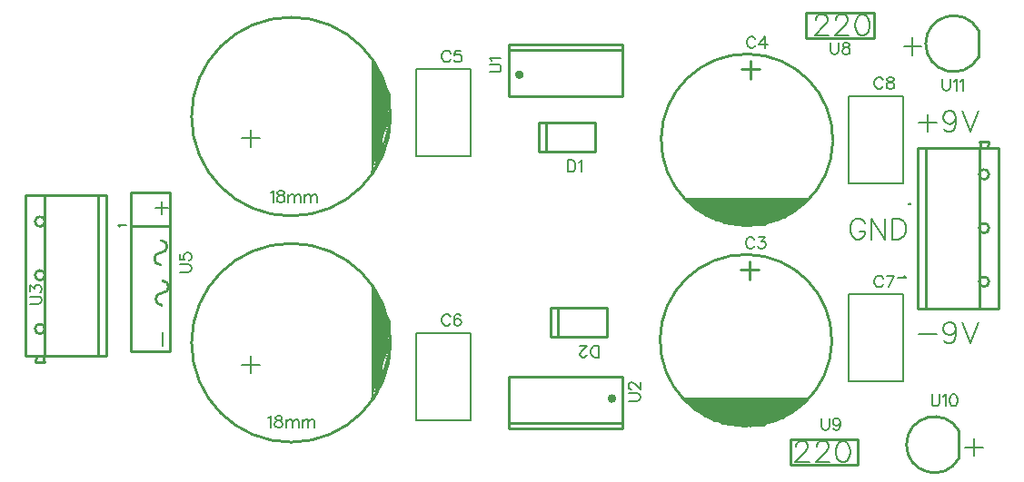
<source format=gto>
G04 ---------------------------- Layer name :TOP SILK LAYER*
G04 EasyEDA v5.4.10, Tue, 24 Apr 2018 06:19:31 GMT*
G04 0ec78c7897c84d5d92d9569371cc6eda*
G04 Gerber Generator version 0.2*
G04 Scale: 100 percent, Rotated: No, Reflected: No *
G04 Dimensions in millimeters *
G04 leading zeros omitted , absolute positions ,3 integer and 3 decimal *
%FSLAX33Y33*%
%MOMM*%
G90*
G71D02*

%ADD10C,0.254000*%
%ADD23C,0.228600*%
%ADD24C,0.177800*%
%ADD25C,0.399999*%
%ADD26C,0.203200*%
%ADD27C,0.152400*%
%ADD28C,0.150114*%

%LPD*%
G54D10*
G01X44998Y39910D02*
G01X55598Y39910D01*
G01X55598Y35110D01*
G01X44998Y35110D01*
G01X44998Y39910D01*
G01X55598Y39410D02*
G01X44998Y39410D01*
G01X55626Y4110D02*
G01X45026Y4110D01*
G01X45026Y8910D01*
G01X55626Y8910D01*
G01X55626Y4110D01*
G01X45026Y4610D02*
G01X55626Y4610D01*
G54D23*
G01X53040Y29940D02*
G01X47833Y29940D01*
G01X47833Y32683D01*
G01X53040Y32683D01*
G01X53040Y29940D01*
G01X48468Y29940D02*
G01X48468Y32683D01*
G01X54140Y12640D02*
G01X48933Y12640D01*
G01X48933Y15383D01*
G01X54140Y15383D01*
G01X54140Y12640D01*
G01X49568Y12640D02*
G01X49568Y15383D01*
G54D10*
G01X4Y10917D02*
G01X4Y25903D01*
G01X4Y25903D02*
G01X1731Y25903D01*
G01X1731Y25903D02*
G01X6786Y25903D01*
G01X6786Y25903D02*
G01X7522Y25903D01*
G01X7522Y25903D02*
G01X7522Y10917D01*
G01X7522Y10917D02*
G01X6786Y10917D01*
G01X6786Y10917D02*
G01X1731Y10917D01*
G01X1731Y10917D02*
G01X1604Y10917D01*
G01X1604Y10917D02*
G01X1020Y10917D01*
G01X1020Y10917D02*
G01X4Y10917D01*
G01X1020Y10917D02*
G01X867Y10333D01*
G01X867Y10333D02*
G01X1756Y10333D01*
G01X1756Y10333D02*
G01X1604Y10917D01*
G01X1731Y10917D02*
G01X1731Y25903D01*
G01X6786Y10917D02*
G01X6786Y25903D01*
G01X90620Y30303D02*
G01X90620Y15317D01*
G01X90620Y15317D02*
G01X88893Y15317D01*
G01X88893Y15317D02*
G01X83839Y15317D01*
G01X83839Y15317D02*
G01X83102Y15317D01*
G01X83102Y15317D02*
G01X83102Y30303D01*
G01X83102Y30303D02*
G01X83839Y30303D01*
G01X83839Y30303D02*
G01X88893Y30303D01*
G01X88893Y30303D02*
G01X89020Y30303D01*
G01X89020Y30303D02*
G01X89604Y30303D01*
G01X89604Y30303D02*
G01X90620Y30303D01*
G01X89604Y30303D02*
G01X89757Y30887D01*
G01X89757Y30887D02*
G01X88868Y30887D01*
G01X88868Y30887D02*
G01X89020Y30303D01*
G01X88893Y30303D02*
G01X88893Y15317D01*
G01X83839Y30303D02*
G01X83839Y15317D01*
G01X9814Y26114D02*
G01X9814Y11314D01*
G01X9814Y26114D02*
G01X13464Y26114D01*
G01X13464Y11314D02*
G01X13464Y26114D01*
G01X13464Y11314D02*
G01X9814Y11314D01*
G01X13464Y23031D02*
G01X9814Y23031D01*
G01X66579Y18926D02*
G01X68306Y18926D01*
G01X67417Y18037D02*
G01X67417Y19713D01*
G01X66679Y37626D02*
G01X68406Y37626D01*
G01X67517Y36737D02*
G01X67517Y38413D01*
G54D24*
G01X38912Y37614D02*
G01X41452Y37614D01*
G01X41452Y29486D01*
G01X36372Y29486D01*
G01X36372Y37614D01*
G01X38912Y37614D01*
G01X38912Y13014D02*
G01X41452Y13014D01*
G01X41452Y4886D01*
G01X36372Y4886D01*
G01X36372Y13014D01*
G01X38912Y13014D01*
G01X79212Y16612D02*
G01X81752Y16612D01*
G01X81752Y8484D01*
G01X76672Y8484D01*
G01X76672Y16612D01*
G01X79212Y16612D01*
G01X79212Y35114D02*
G01X81752Y35114D01*
G01X81752Y26986D01*
G01X76672Y26986D01*
G01X76672Y35114D01*
G01X79212Y35114D01*
G54D10*
G01X72742Y40516D02*
G01X72742Y42904D01*
G01X72742Y42904D02*
G01X79041Y42904D01*
G01X79041Y42904D02*
G01X79041Y40516D01*
G01X79041Y40516D02*
G01X72742Y40516D01*
G01X71244Y715D02*
G01X71244Y3102D01*
G01X71244Y3102D02*
G01X77543Y3102D01*
G01X77543Y3102D02*
G01X77543Y715D01*
G01X77543Y715D02*
G01X71244Y715D01*
G01X86970Y3879D02*
G01X86970Y1339D01*
G01X88768Y41280D02*
G01X88768Y38740D01*
G01X32222Y27876D02*
G01X32222Y28130D01*
G01X32730Y28638D01*
G01X32730Y34480D01*
G01X33492Y35242D01*
G01X33238Y35242D01*
G01X32222Y6776D02*
G01X32222Y7030D01*
G01X32730Y7538D01*
G01X32730Y13380D01*
G01X33492Y14142D01*
G01X33238Y14142D01*
G54D26*
G01X83212Y12902D02*
G01X84876Y12902D01*
G01X86684Y13365D02*
G01X86593Y13088D01*
G01X86407Y12902D01*
G01X86131Y12811D01*
G01X86039Y12811D01*
G01X85762Y12902D01*
G01X85577Y13088D01*
G01X85485Y13365D01*
G01X85485Y13456D01*
G01X85577Y13733D01*
G01X85762Y13918D01*
G01X86039Y14010D01*
G01X86131Y14010D01*
G01X86407Y13918D01*
G01X86593Y13733D01*
G01X86684Y13365D01*
G01X86684Y12902D01*
G01X86593Y12440D01*
G01X86407Y12163D01*
G01X86131Y12072D01*
G01X85945Y12072D01*
G01X85668Y12163D01*
G01X85577Y12349D01*
G01X87294Y14010D02*
G01X88033Y12072D01*
G01X88772Y14010D02*
G01X88033Y12072D01*
G01X84043Y33441D02*
G01X84043Y31780D01*
G01X83212Y32611D02*
G01X84874Y32611D01*
G01X86685Y33073D02*
G01X86593Y32796D01*
G01X86408Y32611D01*
G01X86131Y32517D01*
G01X86039Y32517D01*
G01X85763Y32611D01*
G01X85577Y32796D01*
G01X85483Y33073D01*
G01X85483Y33164D01*
G01X85577Y33441D01*
G01X85763Y33627D01*
G01X86039Y33718D01*
G01X86131Y33718D01*
G01X86408Y33627D01*
G01X86593Y33441D01*
G01X86685Y33073D01*
G01X86685Y32611D01*
G01X86593Y32148D01*
G01X86408Y31871D01*
G01X86131Y31780D01*
G01X85945Y31780D01*
G01X85669Y31871D01*
G01X85577Y32057D01*
G01X87294Y33718D02*
G01X88033Y31780D01*
G01X88773Y33718D02*
G01X88033Y31780D01*
G01X78199Y23248D02*
G01X78105Y23433D01*
G01X77922Y23618D01*
G01X77737Y23710D01*
G01X77368Y23710D01*
G01X77183Y23618D01*
G01X76998Y23433D01*
G01X76906Y23248D01*
G01X76812Y22971D01*
G01X76812Y22511D01*
G01X76906Y22232D01*
G01X76998Y22049D01*
G01X77183Y21863D01*
G01X77368Y21772D01*
G01X77737Y21772D01*
G01X77922Y21863D01*
G01X78105Y22049D01*
G01X78199Y22232D01*
G01X78199Y22511D01*
G01X77737Y22511D02*
G01X78199Y22511D01*
G01X78809Y23710D02*
G01X78809Y21772D01*
G01X78809Y23710D02*
G01X80101Y21772D01*
G01X80101Y23710D02*
G01X80101Y21772D01*
G01X80711Y23710D02*
G01X80711Y21772D01*
G01X80711Y23710D02*
G01X81356Y23710D01*
G01X81636Y23618D01*
G01X81819Y23433D01*
G01X81913Y23248D01*
G01X82004Y22971D01*
G01X82004Y22511D01*
G01X81913Y22232D01*
G01X81819Y22049D01*
G01X81636Y21863D01*
G01X81356Y21772D01*
G01X80711Y21772D01*
G01X82645Y40610D02*
G01X82645Y38946D01*
G01X81812Y39777D02*
G01X83476Y39777D01*
G01X88343Y3210D02*
G01X88343Y1546D01*
G01X87512Y2379D02*
G01X89173Y2379D01*
G01X71805Y2456D02*
G01X71805Y2550D01*
G01X71897Y2733D01*
G01X71988Y2827D01*
G01X72174Y2918D01*
G01X72544Y2918D01*
G01X72727Y2827D01*
G01X72821Y2733D01*
G01X72913Y2550D01*
G01X72913Y2364D01*
G01X72821Y2179D01*
G01X72636Y1902D01*
G01X71711Y980D01*
G01X73004Y980D01*
G01X73708Y2456D02*
G01X73708Y2550D01*
G01X73799Y2733D01*
G01X73891Y2827D01*
G01X74076Y2918D01*
G01X74447Y2918D01*
G01X74630Y2827D01*
G01X74724Y2733D01*
G01X74815Y2550D01*
G01X74815Y2364D01*
G01X74724Y2179D01*
G01X74538Y1902D01*
G01X73614Y980D01*
G01X74907Y980D01*
G01X76073Y2918D02*
G01X75796Y2827D01*
G01X75610Y2550D01*
G01X75516Y2087D01*
G01X75516Y1811D01*
G01X75610Y1348D01*
G01X75796Y1071D01*
G01X76073Y980D01*
G01X76255Y980D01*
G01X76532Y1071D01*
G01X76718Y1348D01*
G01X76812Y1811D01*
G01X76812Y2087D01*
G01X76718Y2550D01*
G01X76532Y2827D01*
G01X76255Y2918D01*
G01X76073Y2918D01*
G01X73604Y42248D02*
G01X73604Y42342D01*
G01X73695Y42524D01*
G01X73789Y42618D01*
G01X73972Y42710D01*
G01X74343Y42710D01*
G01X74528Y42618D01*
G01X74620Y42524D01*
G01X74711Y42342D01*
G01X74711Y42156D01*
G01X74620Y41971D01*
G01X74434Y41694D01*
G01X73512Y40769D01*
G01X74805Y40769D01*
G01X75506Y42248D02*
G01X75506Y42342D01*
G01X75597Y42524D01*
G01X75691Y42618D01*
G01X75877Y42710D01*
G01X76245Y42710D01*
G01X76431Y42618D01*
G01X76522Y42524D01*
G01X76613Y42342D01*
G01X76613Y42156D01*
G01X76522Y41971D01*
G01X76337Y41694D01*
G01X75415Y40769D01*
G01X76707Y40769D01*
G01X77871Y42710D02*
G01X77594Y42618D01*
G01X77409Y42342D01*
G01X77317Y41879D01*
G01X77317Y41602D01*
G01X77409Y41140D01*
G01X77594Y40863D01*
G01X77871Y40769D01*
G01X78056Y40769D01*
G01X78333Y40863D01*
G01X78518Y41140D01*
G01X78610Y41602D01*
G01X78610Y41879D01*
G01X78518Y42342D01*
G01X78333Y42618D01*
G01X78056Y42710D01*
G01X77871Y42710D01*
G54D24*
G01X43199Y37364D02*
G01X43976Y37364D01*
G01X44134Y37415D01*
G01X44238Y37519D01*
G01X44288Y37676D01*
G01X44288Y37781D01*
G01X44238Y37935D01*
G01X44134Y38040D01*
G01X43976Y38090D01*
G01X43199Y38090D01*
G01X43405Y38433D02*
G01X43354Y38537D01*
G01X43199Y38695D01*
G01X44288Y38695D01*
G01X56181Y6656D02*
G01X56958Y6656D01*
G01X57115Y6707D01*
G01X57219Y6811D01*
G01X57270Y6968D01*
G01X57270Y7072D01*
G01X57219Y7227D01*
G01X57115Y7331D01*
G01X56958Y7382D01*
G01X56181Y7382D01*
G01X56440Y7779D02*
G01X56386Y7779D01*
G01X56282Y7829D01*
G01X56231Y7883D01*
G01X56181Y7987D01*
G01X56181Y8193D01*
G01X56231Y8297D01*
G01X56282Y8350D01*
G01X56386Y8401D01*
G01X56490Y8401D01*
G01X56595Y8350D01*
G01X56752Y8246D01*
G01X57270Y7725D01*
G01X57270Y8454D01*
G01X50500Y29140D02*
G01X50500Y28050D01*
G01X50500Y29140D02*
G01X50863Y29140D01*
G01X51021Y29089D01*
G01X51122Y28985D01*
G01X51176Y28881D01*
G01X51226Y28726D01*
G01X51226Y28467D01*
G01X51176Y28309D01*
G01X51122Y28205D01*
G01X51021Y28101D01*
G01X50863Y28050D01*
G01X50500Y28050D01*
G01X51569Y28934D02*
G01X51674Y28985D01*
G01X51831Y29140D01*
G01X51831Y28050D01*
G01X53398Y10750D02*
G01X53398Y11840D01*
G01X53398Y10750D02*
G01X53035Y10750D01*
G01X52877Y10801D01*
G01X52776Y10905D01*
G01X52723Y11009D01*
G01X52672Y11164D01*
G01X52672Y11423D01*
G01X52723Y11581D01*
G01X52776Y11685D01*
G01X52877Y11789D01*
G01X53035Y11840D01*
G01X53398Y11840D01*
G01X52276Y11009D02*
G01X52276Y10956D01*
G01X52225Y10852D01*
G01X52171Y10801D01*
G01X52067Y10750D01*
G01X51861Y10750D01*
G01X51757Y10801D01*
G01X51704Y10852D01*
G01X51653Y10956D01*
G01X51653Y11060D01*
G01X51704Y11164D01*
G01X51808Y11322D01*
G01X52329Y11840D01*
G01X51600Y11840D01*
G01X412Y15712D02*
G01X1189Y15712D01*
G01X1347Y15762D01*
G01X1451Y15867D01*
G01X1502Y16024D01*
G01X1502Y16128D01*
G01X1451Y16283D01*
G01X1347Y16387D01*
G01X1189Y16438D01*
G01X412Y16438D01*
G01X412Y16885D02*
G01X412Y17457D01*
G01X826Y17147D01*
G01X826Y17302D01*
G01X880Y17406D01*
G01X930Y17457D01*
G01X1085Y17510D01*
G01X1189Y17510D01*
G01X1347Y17457D01*
G01X1451Y17352D01*
G01X1502Y17198D01*
G01X1502Y17043D01*
G01X1451Y16885D01*
G01X1398Y16834D01*
G01X1294Y16781D01*
G54D27*
G01X8744Y22906D02*
G01X8708Y22974D01*
G01X8604Y23078D01*
G01X9333Y23078D01*
G54D24*
G01X82416Y25059D02*
G01X82363Y25110D01*
G01X82312Y25059D01*
G01X82363Y25008D01*
G01X82416Y25059D01*
G54D27*
G01X81880Y18314D02*
G01X81916Y18246D01*
G01X82020Y18141D01*
G01X81291Y18141D01*
G54D24*
G01X14356Y18714D02*
G01X15133Y18714D01*
G01X15291Y18765D01*
G01X15395Y18869D01*
G01X15446Y19026D01*
G01X15446Y19130D01*
G01X15395Y19285D01*
G01X15291Y19389D01*
G01X15133Y19440D01*
G01X14356Y19440D01*
G01X14356Y20408D02*
G01X14356Y19887D01*
G01X14823Y19836D01*
G01X14770Y19887D01*
G01X14719Y20045D01*
G01X14719Y20200D01*
G01X14770Y20355D01*
G01X14874Y20459D01*
G01X15029Y20512D01*
G01X15133Y20512D01*
G01X15291Y20459D01*
G01X15395Y20355D01*
G01X15446Y20200D01*
G01X15446Y20045D01*
G01X15395Y19887D01*
G01X15342Y19836D01*
G01X15237Y19783D01*
G54D28*
G01X13307Y24703D02*
G01X12078Y24703D01*
G01X12692Y25318D02*
G01X12692Y24091D01*
G01X12748Y13075D02*
G01X12748Y11848D01*
G54D24*
G01X67891Y21727D02*
G01X67840Y21832D01*
G01X67736Y21936D01*
G01X67632Y21987D01*
G01X67424Y21987D01*
G01X67320Y21936D01*
G01X67215Y21832D01*
G01X67165Y21727D01*
G01X67111Y21573D01*
G01X67111Y21311D01*
G01X67165Y21156D01*
G01X67215Y21052D01*
G01X67320Y20948D01*
G01X67424Y20897D01*
G01X67632Y20897D01*
G01X67736Y20948D01*
G01X67840Y21052D01*
G01X67891Y21156D01*
G01X68338Y21987D02*
G01X68910Y21987D01*
G01X68597Y21573D01*
G01X68755Y21573D01*
G01X68859Y21519D01*
G01X68910Y21468D01*
G01X68960Y21311D01*
G01X68960Y21209D01*
G01X68910Y21052D01*
G01X68806Y20948D01*
G01X68651Y20897D01*
G01X68493Y20897D01*
G01X68338Y20948D01*
G01X68287Y21001D01*
G01X68234Y21105D01*
G01X67992Y40428D02*
G01X67939Y40532D01*
G01X67834Y40636D01*
G01X67733Y40687D01*
G01X67525Y40687D01*
G01X67420Y40636D01*
G01X67316Y40532D01*
G01X67263Y40428D01*
G01X67212Y40273D01*
G01X67212Y40011D01*
G01X67263Y39856D01*
G01X67316Y39752D01*
G01X67420Y39648D01*
G01X67525Y39597D01*
G01X67733Y39597D01*
G01X67834Y39648D01*
G01X67939Y39752D01*
G01X67992Y39856D01*
G01X68853Y40687D02*
G01X68335Y39961D01*
G01X69115Y39961D01*
G01X68853Y40687D02*
G01X68853Y39597D01*
G01X39564Y39122D02*
G01X39513Y39223D01*
G01X39409Y39327D01*
G01X39305Y39381D01*
G01X39096Y39381D01*
G01X38992Y39327D01*
G01X38888Y39223D01*
G01X38837Y39122D01*
G01X38786Y38964D01*
G01X38786Y38705D01*
G01X38837Y38550D01*
G01X38888Y38446D01*
G01X38992Y38342D01*
G01X39096Y38289D01*
G01X39305Y38289D01*
G01X39409Y38342D01*
G01X39513Y38446D01*
G01X39564Y38550D01*
G01X40531Y39381D02*
G01X40011Y39381D01*
G01X39960Y38913D01*
G01X40011Y38964D01*
G01X40168Y39018D01*
G01X40323Y39018D01*
G01X40478Y38964D01*
G01X40582Y38860D01*
G01X40636Y38705D01*
G01X40636Y38601D01*
G01X40582Y38446D01*
G01X40478Y38342D01*
G01X40323Y38289D01*
G01X40168Y38289D01*
G01X40011Y38342D01*
G01X39960Y38393D01*
G01X39907Y38497D01*
G01X39564Y14520D02*
G01X39513Y14624D01*
G01X39409Y14728D01*
G01X39305Y14781D01*
G01X39096Y14781D01*
G01X38992Y14728D01*
G01X38888Y14624D01*
G01X38837Y14520D01*
G01X38786Y14365D01*
G01X38786Y14106D01*
G01X38837Y13948D01*
G01X38888Y13844D01*
G01X38992Y13743D01*
G01X39096Y13689D01*
G01X39305Y13689D01*
G01X39409Y13743D01*
G01X39513Y13844D01*
G01X39564Y13948D01*
G01X40531Y14624D02*
G01X40478Y14728D01*
G01X40323Y14781D01*
G01X40219Y14781D01*
G01X40064Y14728D01*
G01X39960Y14573D01*
G01X39907Y14314D01*
G01X39907Y14052D01*
G01X39960Y13844D01*
G01X40064Y13743D01*
G01X40219Y13689D01*
G01X40270Y13689D01*
G01X40427Y13743D01*
G01X40531Y13844D01*
G01X40582Y14002D01*
G01X40582Y14052D01*
G01X40531Y14210D01*
G01X40427Y14314D01*
G01X40270Y14365D01*
G01X40219Y14365D01*
G01X40064Y14314D01*
G01X39960Y14210D01*
G01X39907Y14052D01*
G01X79865Y18120D02*
G01X79812Y18224D01*
G01X79707Y18328D01*
G01X79606Y18379D01*
G01X79397Y18379D01*
G01X79293Y18328D01*
G01X79189Y18224D01*
G01X79136Y18120D01*
G01X79085Y17962D01*
G01X79085Y17703D01*
G01X79136Y17548D01*
G01X79189Y17444D01*
G01X79293Y17340D01*
G01X79397Y17289D01*
G01X79606Y17289D01*
G01X79707Y17340D01*
G01X79812Y17444D01*
G01X79865Y17548D01*
G01X80934Y18379D02*
G01X80416Y17289D01*
G01X80208Y18379D02*
G01X80934Y18379D01*
G01X79865Y36620D02*
G01X79812Y36724D01*
G01X79707Y36828D01*
G01X79606Y36879D01*
G01X79397Y36879D01*
G01X79293Y36828D01*
G01X79189Y36724D01*
G01X79136Y36620D01*
G01X79085Y36465D01*
G01X79085Y36206D01*
G01X79136Y36049D01*
G01X79189Y35945D01*
G01X79293Y35840D01*
G01X79397Y35790D01*
G01X79606Y35790D01*
G01X79707Y35840D01*
G01X79812Y35945D01*
G01X79865Y36049D01*
G01X80467Y36879D02*
G01X80312Y36828D01*
G01X80259Y36724D01*
G01X80259Y36620D01*
G01X80312Y36516D01*
G01X80416Y36465D01*
G01X80622Y36412D01*
G01X80779Y36361D01*
G01X80883Y36257D01*
G01X80934Y36153D01*
G01X80934Y35998D01*
G01X80883Y35894D01*
G01X80830Y35840D01*
G01X80675Y35790D01*
G01X80467Y35790D01*
G01X80312Y35840D01*
G01X80259Y35894D01*
G01X80208Y35998D01*
G01X80208Y36153D01*
G01X80259Y36257D01*
G01X80363Y36361D01*
G01X80520Y36412D01*
G01X80726Y36465D01*
G01X80830Y36516D01*
G01X80883Y36620D01*
G01X80883Y36724D01*
G01X80830Y36828D01*
G01X80675Y36879D01*
G01X80467Y36879D01*
G01X75012Y40110D02*
G01X75012Y39330D01*
G01X75063Y39175D01*
G01X75167Y39071D01*
G01X75325Y39018D01*
G01X75426Y39018D01*
G01X75584Y39071D01*
G01X75688Y39175D01*
G01X75739Y39330D01*
G01X75739Y40110D01*
G01X76341Y40110D02*
G01X76186Y40057D01*
G01X76135Y39952D01*
G01X76135Y39851D01*
G01X76186Y39747D01*
G01X76290Y39693D01*
G01X76498Y39643D01*
G01X76653Y39589D01*
G01X76757Y39485D01*
G01X76810Y39381D01*
G01X76810Y39226D01*
G01X76757Y39122D01*
G01X76706Y39071D01*
G01X76549Y39018D01*
G01X76341Y39018D01*
G01X76186Y39071D01*
G01X76135Y39122D01*
G01X76081Y39226D01*
G01X76081Y39381D01*
G01X76135Y39485D01*
G01X76239Y39589D01*
G01X76394Y39643D01*
G01X76602Y39693D01*
G01X76706Y39747D01*
G01X76757Y39851D01*
G01X76757Y39952D01*
G01X76706Y40057D01*
G01X76549Y40110D01*
G01X76341Y40110D01*
G01X74141Y5073D02*
G01X74141Y4293D01*
G01X74191Y4138D01*
G01X74296Y4034D01*
G01X74450Y3980D01*
G01X74555Y3980D01*
G01X74712Y4034D01*
G01X74816Y4138D01*
G01X74867Y4293D01*
G01X74867Y5073D01*
G01X75886Y4709D02*
G01X75835Y4552D01*
G01X75731Y4448D01*
G01X75573Y4397D01*
G01X75522Y4397D01*
G01X75365Y4448D01*
G01X75263Y4552D01*
G01X75210Y4709D01*
G01X75210Y4760D01*
G01X75263Y4915D01*
G01X75365Y5019D01*
G01X75522Y5073D01*
G01X75573Y5073D01*
G01X75731Y5019D01*
G01X75835Y4915D01*
G01X75886Y4709D01*
G01X75886Y4448D01*
G01X75835Y4189D01*
G01X75731Y4034D01*
G01X75573Y3980D01*
G01X75469Y3980D01*
G01X75314Y4034D01*
G01X75263Y4138D01*
G01X84431Y7296D02*
G01X84431Y6516D01*
G01X84482Y6361D01*
G01X84586Y6257D01*
G01X84741Y6204D01*
G01X84845Y6204D01*
G01X85002Y6257D01*
G01X85107Y6361D01*
G01X85157Y6516D01*
G01X85157Y7296D01*
G01X85500Y7088D02*
G01X85604Y7141D01*
G01X85759Y7296D01*
G01X85759Y6204D01*
G01X86415Y7296D02*
G01X86260Y7243D01*
G01X86156Y7088D01*
G01X86102Y6829D01*
G01X86102Y6671D01*
G01X86156Y6412D01*
G01X86260Y6257D01*
G01X86415Y6204D01*
G01X86519Y6204D01*
G01X86674Y6257D01*
G01X86778Y6412D01*
G01X86831Y6671D01*
G01X86831Y6829D01*
G01X86778Y7088D01*
G01X86674Y7243D01*
G01X86519Y7296D01*
G01X86415Y7296D01*
G01X85412Y36710D02*
G01X85412Y35930D01*
G01X85465Y35773D01*
G01X85570Y35669D01*
G01X85725Y35618D01*
G01X85829Y35618D01*
G01X85984Y35669D01*
G01X86088Y35773D01*
G01X86141Y35930D01*
G01X86141Y36710D01*
G01X86484Y36502D02*
G01X86588Y36552D01*
G01X86743Y36710D01*
G01X86743Y35618D01*
G01X87086Y36502D02*
G01X87190Y36552D01*
G01X87345Y36710D01*
G01X87345Y35618D01*
G01X22812Y26104D02*
G01X22916Y26155D01*
G01X23071Y26310D01*
G01X23071Y25220D01*
G01X23676Y26310D02*
G01X23518Y26259D01*
G01X23467Y26155D01*
G01X23467Y26051D01*
G01X23518Y25947D01*
G01X23622Y25896D01*
G01X23831Y25843D01*
G01X23986Y25792D01*
G01X24090Y25688D01*
G01X24143Y25583D01*
G01X24143Y25429D01*
G01X24090Y25324D01*
G01X24039Y25271D01*
G01X23881Y25220D01*
G01X23676Y25220D01*
G01X23518Y25271D01*
G01X23467Y25324D01*
G01X23414Y25429D01*
G01X23414Y25583D01*
G01X23467Y25688D01*
G01X23572Y25792D01*
G01X23727Y25843D01*
G01X23935Y25896D01*
G01X24039Y25947D01*
G01X24090Y26051D01*
G01X24090Y26155D01*
G01X24039Y26259D01*
G01X23881Y26310D01*
G01X23676Y26310D01*
G01X24486Y25947D02*
G01X24486Y25220D01*
G01X24486Y25738D02*
G01X24641Y25896D01*
G01X24745Y25947D01*
G01X24900Y25947D01*
G01X25004Y25896D01*
G01X25057Y25738D01*
G01X25057Y25220D01*
G01X25057Y25738D02*
G01X25212Y25896D01*
G01X25317Y25947D01*
G01X25472Y25947D01*
G01X25576Y25896D01*
G01X25629Y25738D01*
G01X25629Y25220D01*
G01X25972Y25947D02*
G01X25972Y25220D01*
G01X25972Y25738D02*
G01X26127Y25896D01*
G01X26231Y25947D01*
G01X26386Y25947D01*
G01X26490Y25896D01*
G01X26543Y25738D01*
G01X26543Y25220D01*
G01X26543Y25738D02*
G01X26698Y25896D01*
G01X26802Y25947D01*
G01X26957Y25947D01*
G01X27062Y25896D01*
G01X27115Y25738D01*
G01X27115Y25220D01*
G54D26*
G01X20978Y30347D02*
G01X20978Y32009D01*
G01X21808Y31178D02*
G01X20144Y31178D01*
G54D24*
G01X22612Y5104D02*
G01X22716Y5155D01*
G01X22871Y5310D01*
G01X22871Y4220D01*
G01X23476Y5310D02*
G01X23318Y5259D01*
G01X23267Y5155D01*
G01X23267Y5051D01*
G01X23318Y4947D01*
G01X23422Y4896D01*
G01X23631Y4843D01*
G01X23786Y4792D01*
G01X23890Y4688D01*
G01X23943Y4584D01*
G01X23943Y4429D01*
G01X23890Y4324D01*
G01X23839Y4271D01*
G01X23681Y4220D01*
G01X23476Y4220D01*
G01X23318Y4271D01*
G01X23267Y4324D01*
G01X23214Y4429D01*
G01X23214Y4584D01*
G01X23267Y4688D01*
G01X23372Y4792D01*
G01X23527Y4843D01*
G01X23735Y4896D01*
G01X23839Y4947D01*
G01X23890Y5051D01*
G01X23890Y5155D01*
G01X23839Y5259D01*
G01X23681Y5310D01*
G01X23476Y5310D01*
G01X24286Y4947D02*
G01X24286Y4220D01*
G01X24286Y4739D02*
G01X24441Y4896D01*
G01X24545Y4947D01*
G01X24700Y4947D01*
G01X24804Y4896D01*
G01X24857Y4739D01*
G01X24857Y4220D01*
G01X24857Y4739D02*
G01X25012Y4896D01*
G01X25117Y4947D01*
G01X25272Y4947D01*
G01X25376Y4896D01*
G01X25429Y4739D01*
G01X25429Y4220D01*
G01X25772Y4947D02*
G01X25772Y4220D01*
G01X25772Y4739D02*
G01X25927Y4896D01*
G01X26031Y4947D01*
G01X26186Y4947D01*
G01X26290Y4896D01*
G01X26343Y4739D01*
G01X26343Y4220D01*
G01X26343Y4739D02*
G01X26498Y4896D01*
G01X26602Y4947D01*
G01X26757Y4947D01*
G01X26862Y4896D01*
G01X26915Y4739D01*
G01X26915Y4220D01*
G54D26*
G01X20978Y9247D02*
G01X20978Y10909D01*
G01X21808Y10078D02*
G01X20144Y10078D01*
G54D25*
G75*
G01X45998Y37311D02*
G3X46001Y37311I1J-200D01*
G01*
G75*
G01X54627Y6710D02*
G3X54624Y6710I-1J200D01*
G01*
G54D10*
G75*
G01X12622Y21661D02*
G2X12596Y20518I-24J-571D01*
G01*
G75*
G01X12545Y19374D02*
G2X12571Y20517I24J571D01*
G01*
G75*
G01X12749Y17901D02*
G2X12723Y16758I-24J-571D01*
G01*
G75*
G01X12672Y15615D02*
G2X12698Y16758I24J571D01*
G01*
G75*
G01X75114Y12271D02*
G3X75111Y12132I-8000J76D01*
G01*
G75*
G01X75214Y30971D02*
G3X75211Y30832I-8000J76D01*
G01*
G75*
G01X86971Y3879D02*
G3X86971Y1339I-2286J-1270D01*
G01*
G75*
G01X88769Y41280D02*
G3X88769Y38740I-2286J-1270D01*
G01*
G75*
G01X1782Y13407D02*
G03X1782Y13407I-457J0D01*
G01*
G75*
G01X1782Y18410D02*
G03X1782Y18410I-457J0D01*
G01*
G75*
G01X1782Y23414D02*
G03X1782Y23414I-457J0D01*
G01*
G75*
G01X89757Y27814D02*
G03X89757Y27814I-457J0D01*
G01*
G75*
G01X89757Y22810D02*
G03X89757Y22810I-457J0D01*
G01*
G75*
G01X89757Y17807D02*
G03X89757Y17807I-457J0D01*
G01*
G75*
G01X34001Y33210D02*
G03X34001Y33210I-9271J0D01*
G01*
G75*
G01X34001Y12110D02*
G03X34001Y12110I-9271J0D01*
G01*
G36*
G01X73005Y6962D02*
G01X61092Y6962D01*
G01X62337Y5718D01*
G01X62718Y5718D01*
G01X63302Y5133D01*
G01X63759Y5133D01*
G01X64140Y4752D01*
G01X64648Y4752D01*
G01X64953Y4448D01*
G01X66071Y4448D01*
G01X66249Y4270D01*
G01X66274Y4295D01*
G01X67468Y4295D01*
G01X67544Y4219D01*
G01X67620Y4295D01*
G01X68789Y4321D01*
G01X69195Y4651D01*
G01X69703Y4651D01*
G01X70008Y4956D01*
G01X70643Y4956D01*
G01X71379Y5692D01*
G01X71633Y5692D01*
G01X73005Y6962D01*
G37*
G36*
G01X73105Y25662D02*
G01X61192Y25662D01*
G01X62437Y24418D01*
G01X62818Y24418D01*
G01X63402Y23833D01*
G01X63859Y23833D01*
G01X64240Y23452D01*
G01X64748Y23452D01*
G01X65053Y23148D01*
G01X66171Y23148D01*
G01X66349Y22970D01*
G01X66374Y22995D01*
G01X67568Y22995D01*
G01X67644Y22919D01*
G01X67720Y22995D01*
G01X68889Y23021D01*
G01X69295Y23351D01*
G01X69803Y23351D01*
G01X70108Y23656D01*
G01X70743Y23656D01*
G01X71479Y24392D01*
G01X71733Y24392D01*
G01X73105Y25662D01*
G37*
G36*
G01X32222Y27876D02*
G01X32222Y38798D01*
G01X34000Y35242D01*
G01X34000Y34480D01*
G01X32222Y27876D01*
G37*
G36*
G01X32730Y28638D02*
G01X34000Y33210D01*
G01X32476Y29146D01*
G01X32984Y28638D01*
G01X32476Y28384D01*
G01X34000Y31940D01*
G01X33746Y33972D01*
G01X32730Y30924D01*
G01X32730Y28638D01*
G37*
G36*
G01X32730Y28892D02*
G01X32476Y28384D01*
G01X32730Y28638D01*
G01X33492Y30416D01*
G01X32984Y31178D01*
G01X32730Y28892D01*
G37*
G36*
G01X32730Y28892D02*
G01X32476Y28638D01*
G01X34000Y34226D01*
G01X32730Y28892D01*
G37*
G36*
G01X32222Y6776D02*
G01X32222Y17698D01*
G01X34000Y14142D01*
G01X34000Y13380D01*
G01X32222Y6776D01*
G37*
G36*
G01X32730Y7538D02*
G01X34000Y12110D01*
G01X32476Y8046D01*
G01X32984Y7538D01*
G01X32476Y7284D01*
G01X34000Y10840D01*
G01X33746Y12872D01*
G01X32730Y9824D01*
G01X32730Y7538D01*
G37*
G36*
G01X32730Y7792D02*
G01X32476Y7284D01*
G01X32730Y7538D01*
G01X33492Y9316D01*
G01X32984Y10078D01*
G01X32730Y7792D01*
G37*
G36*
G01X32730Y7792D02*
G01X32476Y7538D01*
G01X34000Y13126D01*
G01X32730Y7792D01*
G37*
M00*
M02*

</source>
